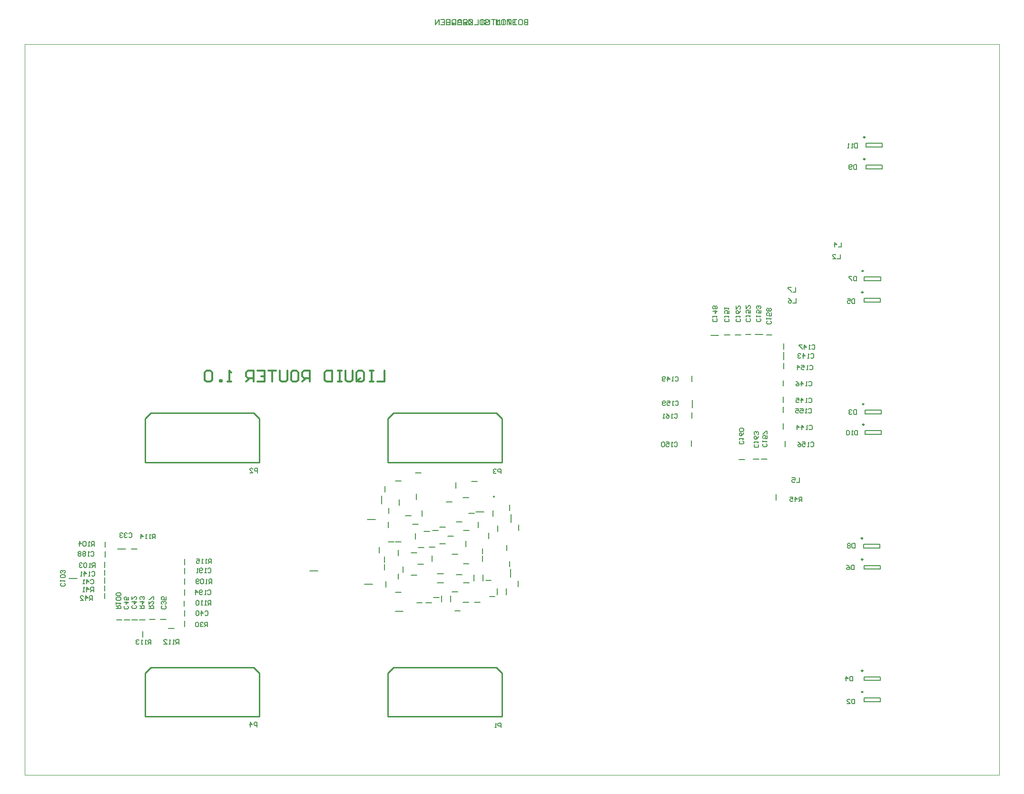
<source format=gbo>
G04 Layer_Color=32896*
%FSLAX43Y43*%
%MOMM*%
G71*
G01*
G75*
%ADD10C,0.100*%
%ADD49C,0.200*%
%ADD51C,0.250*%
%ADD54C,0.300*%
%ADD77C,0.254*%
%ADD89C,0.150*%
D10*
X163425Y-10000D02*
Y120000D01*
X-10000Y-10000D02*
X163425D01*
X-10000D02*
Y120000D01*
X163425D01*
D49*
X112100Y68200D02*
X113500D01*
X114500Y68250D02*
X115500D01*
X116400Y68325D02*
X117400D01*
X118250Y68350D02*
X119250D01*
X119950D02*
X121350D01*
X121975Y68275D02*
X122975D01*
X121075Y46175D02*
X122075D01*
X119625Y46150D02*
X120625D01*
X117125Y46075D02*
X118125D01*
X108600Y48450D02*
Y49450D01*
X108700Y59975D02*
Y60975D01*
X108775Y55325D02*
Y56725D01*
X108675Y53500D02*
Y54500D01*
X125050Y65725D02*
Y66725D01*
X125025Y63850D02*
Y65250D01*
Y62275D02*
Y63275D01*
X124975Y59200D02*
Y60200D01*
Y56250D02*
Y57250D01*
Y54500D02*
Y55500D01*
Y51525D02*
Y52525D01*
X125300Y48425D02*
Y49425D01*
X123675Y38925D02*
Y39925D01*
X142600Y97850D02*
Y98500D01*
X139700Y97850D02*
X142600D01*
X139700D02*
Y98500D01*
X142600D01*
Y101750D02*
Y102400D01*
X139700Y101750D02*
X142600D01*
X139700D02*
Y102400D01*
X142600D01*
X142300Y77950D02*
Y78600D01*
X139400Y77950D02*
X142300D01*
X139400D02*
Y78600D01*
X142300D01*
X142250Y74150D02*
Y74800D01*
X139350Y74150D02*
X142250D01*
X139350D02*
Y74800D01*
X142250D01*
X142400Y54250D02*
Y54900D01*
X139500Y54250D02*
X142400D01*
X139500D02*
Y54900D01*
X142400D01*
X142425Y50600D02*
Y51250D01*
X139525Y50600D02*
X142425D01*
X139525D02*
Y51250D01*
X142425D01*
X142175Y30375D02*
Y31025D01*
X139275Y30375D02*
X142175D01*
X139275D02*
Y31025D01*
X142175D01*
X142225Y26600D02*
Y27250D01*
X139325Y26600D02*
X142225D01*
X139325D02*
Y27250D01*
X142225D01*
Y6800D02*
Y7450D01*
X139325Y6800D02*
X142225D01*
X139325D02*
Y7450D01*
X142225D01*
Y3025D02*
Y3675D01*
X139325Y3025D02*
X142225D01*
X139325D02*
Y3675D01*
X142225D01*
X6325Y17575D02*
X7325D01*
X7700D02*
X8700D01*
X9075D02*
X10075D01*
X10450D02*
X11450D01*
X12175Y17675D02*
X13175D01*
X14125Y17650D02*
X15125D01*
X4250Y21350D02*
Y22350D01*
X4200Y22700D02*
Y23700D01*
X4275Y24100D02*
Y25100D01*
X4250Y25500D02*
Y26500D01*
Y26875D02*
Y27875D01*
X4300Y28775D02*
Y29775D01*
Y30500D02*
Y31500D01*
X6550Y30150D02*
X7950D01*
X18475Y25800D02*
Y26800D01*
X18450Y23925D02*
Y24925D01*
X18425Y21975D02*
Y22975D01*
X18400Y20000D02*
Y21000D01*
X18475Y18251D02*
Y19251D01*
X18475Y16375D02*
Y17375D01*
X62600Y33500D02*
X63600D01*
X61075Y33300D02*
X62075D01*
X68075Y33475D02*
X69075D01*
X70300Y36775D02*
X71700D01*
X63850Y34050D02*
X64850D01*
X59975Y27500D02*
X60975D01*
X68050Y27575D02*
X69050D01*
X62000Y30500D02*
X63000D01*
X66050Y29250D02*
X67050D01*
X60025Y30400D02*
X61025D01*
X65300Y32500D02*
X66300D01*
X54675Y31500D02*
X55675D01*
X56000Y31500D02*
X57000D01*
X58775Y29475D02*
X59775D01*
X65025Y38550D02*
X66025D01*
X55975Y42300D02*
X56975D01*
X57775Y36125D02*
X58775D01*
X59050Y34550D02*
X60050D01*
X68000Y39325D02*
X69000D01*
X59500Y43750D02*
X60500D01*
X69000Y36575D02*
X70000D01*
X15625Y16025D02*
X16625D01*
X66825Y35050D02*
X67825D01*
X18475Y27375D02*
Y28375D01*
X9000Y30225D02*
X10000D01*
X11000Y14550D02*
Y15550D01*
X-2100Y24925D02*
X-700D01*
X72700Y21700D02*
X73700D01*
X77825Y23500D02*
Y24500D01*
X76475Y25200D02*
Y26600D01*
X74150Y33325D02*
Y34325D01*
X72025Y24625D02*
X73025D01*
X76275Y27025D02*
Y28025D01*
X73300Y36025D02*
Y37025D01*
X75800Y29900D02*
Y30900D01*
X51000Y35450D02*
X52400D01*
X59700Y39000D02*
Y40000D01*
X56675Y38000D02*
Y39000D01*
X66700Y41000D02*
Y42000D01*
X69500Y42225D02*
X70500D01*
X72550Y32050D02*
Y33050D01*
X55950Y19100D02*
X57350D01*
X61400Y20650D02*
X62400D01*
X62750Y21550D02*
X63750D01*
X68000Y20675D02*
X69000D01*
X66525Y19175D02*
X67525D01*
X66075Y22550D02*
X67075D01*
X59750Y20650D02*
X60750D01*
X53475Y38250D02*
Y39650D01*
X54800Y36500D02*
Y37500D01*
X54075Y40350D02*
Y41350D01*
X54700Y34000D02*
Y35000D01*
X70025Y20700D02*
X71025D01*
X76300Y37025D02*
Y38025D01*
X76525Y34950D02*
Y36350D01*
X77900Y33500D02*
Y34500D01*
X60700Y36025D02*
Y37025D01*
X40750Y26275D02*
X42150D01*
X56500Y29000D02*
Y30000D01*
X58800Y25500D02*
X59800D01*
X57325Y26075D02*
Y27075D01*
X56500Y24825D02*
Y25825D01*
X50500Y23900D02*
X51900D01*
X56000Y22500D02*
X57000D01*
X54300Y23450D02*
Y24450D01*
X54000Y26500D02*
Y27500D01*
X54025Y27800D02*
Y28800D01*
X53100Y29525D02*
Y30525D01*
X68500Y30625D02*
Y31625D01*
X71425Y29300D02*
Y30300D01*
X63875Y31150D02*
X64875D01*
X62500Y28000D02*
Y29000D01*
X71550Y24500D02*
Y25600D01*
X69950Y24500D02*
Y25600D01*
X68100Y24200D02*
X69100D01*
X71425Y27975D02*
Y28975D01*
X66800Y25575D02*
X67800D01*
X59500Y32000D02*
Y33000D01*
X70700Y34025D02*
Y35025D01*
X63425Y24150D02*
X64525D01*
X63425Y25750D02*
X64525D01*
X65750Y20825D02*
Y21925D01*
X64150Y20825D02*
Y21925D01*
X75700Y22100D02*
Y23200D01*
X74100Y22100D02*
Y23200D01*
X79545Y124450D02*
Y123450D01*
X79045D01*
X78879Y123617D01*
Y123783D01*
X79045Y123950D01*
X79545D01*
X79045D01*
X78879Y124116D01*
Y124283D01*
X79045Y124450D01*
X79545D01*
X78046D02*
X78379D01*
X78545Y124283D01*
Y123617D01*
X78379Y123450D01*
X78046D01*
X77879Y123617D01*
Y124283D01*
X78046Y124450D01*
X77546D02*
X76879D01*
X77213D01*
Y123450D01*
X76546Y124450D02*
X75880D01*
X76213D01*
Y123450D01*
X75047Y124450D02*
X75380D01*
X75546Y124283D01*
Y123617D01*
X75380Y123450D01*
X75047D01*
X74880Y123617D01*
Y124283D01*
X75047Y124450D01*
X74547Y123450D02*
Y124450D01*
X74214Y124116D01*
X73880Y124450D01*
Y123450D01*
X71881Y124283D02*
X72048Y124450D01*
X72381D01*
X72547Y124283D01*
Y124116D01*
X72381Y123950D01*
X72048D01*
X71881Y123783D01*
Y123617D01*
X72048Y123450D01*
X72381D01*
X72547Y123617D01*
X71548Y124450D02*
X71215D01*
X71381D01*
Y123450D01*
X71548D01*
X71215D01*
X70715Y124450D02*
Y123450D01*
X70048D01*
X69715Y124450D02*
Y123450D01*
Y123783D01*
X69049Y124450D01*
X69548Y123950D01*
X69049Y123450D01*
X68049Y124283D02*
X68215Y124450D01*
X68549D01*
X68715Y124283D01*
Y124116D01*
X68549Y123950D01*
X68215D01*
X68049Y123783D01*
Y123617D01*
X68215Y123450D01*
X68549D01*
X68715Y123617D01*
X67049Y124283D02*
X67216Y124450D01*
X67549D01*
X67716Y124283D01*
Y123617D01*
X67549Y123450D01*
X67216D01*
X67049Y123617D01*
X66716Y123450D02*
Y124450D01*
X66216D01*
X66050Y124283D01*
Y123950D01*
X66216Y123783D01*
X66716D01*
X66383D02*
X66050Y123450D01*
X65050Y124450D02*
X65716D01*
Y123450D01*
X65050D01*
X65716Y123950D02*
X65383D01*
X64050Y124450D02*
X64717D01*
Y123450D01*
X64050D01*
X64717Y123950D02*
X64383D01*
X63717Y123450D02*
Y124450D01*
X63050Y123450D01*
Y124450D01*
X65050D02*
Y123450D01*
X65550D01*
X65716Y123617D01*
Y123783D01*
X65550Y123950D01*
X65050D01*
X65550D01*
X65716Y124116D01*
Y124283D01*
X65550Y124450D01*
X65050D01*
X66549D02*
X66216D01*
X66050Y124283D01*
Y123617D01*
X66216Y123450D01*
X66549D01*
X66716Y123617D01*
Y124283D01*
X66549Y124450D01*
X67049Y123450D02*
Y124116D01*
X67382Y124450D01*
X67716Y124116D01*
Y123450D01*
Y123950D01*
X67049D01*
X68049Y123450D02*
Y124450D01*
X68549D01*
X68715Y124283D01*
Y123950D01*
X68549Y123783D01*
X68049D01*
X68382D02*
X68715Y123450D01*
X69049Y124450D02*
Y123450D01*
X69548D01*
X69715Y123617D01*
Y124283D01*
X69548Y124450D01*
X69049D01*
X71548D02*
X71215D01*
X71048Y124283D01*
Y123617D01*
X71215Y123450D01*
X71548D01*
X71714Y123617D01*
Y124283D01*
X71548Y124450D01*
X72048D02*
Y123617D01*
X72214Y123450D01*
X72547D01*
X72714Y123617D01*
Y124450D01*
X73047D02*
X73714D01*
X73380D01*
Y123450D01*
X74047Y124450D02*
Y123450D01*
X74713D01*
X75047Y124450D02*
X75380D01*
X75213D01*
Y123450D01*
X75047D01*
X75380D01*
X75880D02*
Y124450D01*
X76546Y123450D01*
Y124450D01*
X77546D02*
X76879D01*
Y123450D01*
X77546D01*
X76879Y123950D02*
X77213D01*
D51*
X139525Y99575D02*
G03*
X139525Y99575I-125J0D01*
G01*
Y103475D02*
G03*
X139525Y103475I-125J0D01*
G01*
X139225Y79675D02*
G03*
X139225Y79675I-125J0D01*
G01*
X139175Y75875D02*
G03*
X139175Y75875I-125J0D01*
G01*
X139325Y55975D02*
G03*
X139325Y55975I-125J0D01*
G01*
X139350Y52325D02*
G03*
X139350Y52325I-125J0D01*
G01*
X139100Y32100D02*
G03*
X139100Y32100I-125J0D01*
G01*
X139150Y28325D02*
G03*
X139150Y28325I-125J0D01*
G01*
Y8525D02*
G03*
X139150Y8525I-125J0D01*
G01*
Y4750D02*
G03*
X139150Y4750I-125J0D01*
G01*
D54*
X54050Y61949D02*
Y59950D01*
X52717D01*
X52051Y61949D02*
X51384D01*
X51717D01*
Y59950D01*
X52051D01*
X51384D01*
X49052Y60283D02*
Y61616D01*
X49385Y61949D01*
X50051D01*
X50385Y61616D01*
Y60283D01*
X50051Y59950D01*
X49385D01*
X49718Y60616D02*
X49052Y59950D01*
X49385D02*
X49052Y60283D01*
X48385Y61949D02*
Y60283D01*
X48052Y59950D01*
X47385D01*
X47052Y60283D01*
Y61949D01*
X46386D02*
X45719D01*
X46053D01*
Y59950D01*
X46386D01*
X45719D01*
X44720Y61949D02*
Y59950D01*
X43720D01*
X43387Y60283D01*
Y61616D01*
X43720Y61949D01*
X44720D01*
X40721Y59950D02*
Y61949D01*
X39721D01*
X39388Y61616D01*
Y60950D01*
X39721Y60616D01*
X40721D01*
X40055D02*
X39388Y59950D01*
X37722Y61949D02*
X38388D01*
X38722Y61616D01*
Y60283D01*
X38388Y59950D01*
X37722D01*
X37389Y60283D01*
Y61616D01*
X37722Y61949D01*
X36722D02*
Y60283D01*
X36389Y59950D01*
X35723D01*
X35389Y60283D01*
Y61949D01*
X34723D02*
X33390D01*
X34056D01*
Y59950D01*
X31391Y61949D02*
X32724D01*
Y59950D01*
X31391D01*
X32724Y60950D02*
X32057D01*
X30724Y59950D02*
Y61949D01*
X29725D01*
X29391Y61616D01*
Y60950D01*
X29725Y60616D01*
X30724D01*
X30058D02*
X29391Y59950D01*
X26725D02*
X26059D01*
X26392D01*
Y61949D01*
X26725Y61616D01*
X25059Y59950D02*
Y60283D01*
X24726D01*
Y59950D01*
X25059D01*
X23393Y61616D02*
X23060Y61949D01*
X22394D01*
X22060Y61616D01*
Y60283D01*
X22394Y59950D01*
X23060D01*
X23393Y60283D01*
Y61616D01*
X73500Y39500D02*
X73500Y39500D01*
D77*
X30722Y9143D02*
X31738Y8127D01*
X12434Y9143D02*
X30722D01*
X11418Y380D02*
Y8127D01*
X12434Y9143D01*
X31738Y380D02*
Y8127D01*
X11418Y380D02*
X31738D01*
X54622Y45600D02*
X74942D01*
Y53347D01*
X54622D02*
X55638Y54363D01*
X54622Y45600D02*
Y53347D01*
X55638Y54363D02*
X73926D01*
X74942Y53347D01*
X30722Y54363D02*
X31738Y53347D01*
X12434Y54363D02*
X30722D01*
X11418Y45600D02*
Y53347D01*
X12434Y54363D01*
X31738Y45600D02*
Y53347D01*
X11418Y45600D02*
X31738D01*
X54622Y380D02*
X74942D01*
Y8127D01*
X54622D02*
X55638Y9143D01*
X54622Y380D02*
Y8127D01*
X55638Y9143D02*
X73926D01*
X74942Y8127D01*
D89*
X23225Y27625D02*
Y28425D01*
X22825D01*
X22692Y28291D01*
Y28025D01*
X22825Y27892D01*
X23225D01*
X22958D02*
X22692Y27625D01*
X22425D02*
X22159D01*
X22292D01*
Y28425D01*
X22425Y28291D01*
X21759Y27625D02*
X21492D01*
X21626D01*
Y28425D01*
X21759Y28291D01*
X20559Y28425D02*
X21092D01*
Y28025D01*
X20826Y28158D01*
X20692D01*
X20559Y28025D01*
Y27758D01*
X20692Y27625D01*
X20959D01*
X21092Y27758D01*
X13225Y32025D02*
Y32825D01*
X12825D01*
X12692Y32691D01*
Y32425D01*
X12825Y32292D01*
X13225D01*
X12958D02*
X12692Y32025D01*
X12425D02*
X12159D01*
X12292D01*
Y32825D01*
X12425Y32691D01*
X11759Y32025D02*
X11492D01*
X11626D01*
Y32825D01*
X11759Y32691D01*
X10692Y32025D02*
Y32825D01*
X11092Y32425D01*
X10559D01*
X12475Y13250D02*
Y14050D01*
X12075D01*
X11942Y13916D01*
Y13650D01*
X12075Y13517D01*
X12475D01*
X12208D02*
X11942Y13250D01*
X11675D02*
X11409D01*
X11542D01*
Y14050D01*
X11675Y13916D01*
X11009Y13250D02*
X10742D01*
X10876D01*
Y14050D01*
X11009Y13916D01*
X10342D02*
X10209Y14050D01*
X9942D01*
X9809Y13916D01*
Y13783D01*
X9942Y13650D01*
X10076D01*
X9942D01*
X9809Y13517D01*
Y13383D01*
X9942Y13250D01*
X10209D01*
X10342Y13383D01*
X17425Y13275D02*
Y14075D01*
X17025D01*
X16892Y13941D01*
Y13675D01*
X17025Y13542D01*
X17425D01*
X17158D02*
X16892Y13275D01*
X16625D02*
X16359D01*
X16492D01*
Y14075D01*
X16625Y13941D01*
X15959Y13275D02*
X15692D01*
X15826D01*
Y14075D01*
X15959Y13941D01*
X14759Y13275D02*
X15292D01*
X14759Y13808D01*
Y13941D01*
X14892Y14075D01*
X15159D01*
X15292Y13941D01*
X-2959Y24133D02*
X-2825Y24000D01*
Y23733D01*
X-2959Y23600D01*
X-3492D01*
X-3625Y23733D01*
Y24000D01*
X-3492Y24133D01*
X-3625Y24400D02*
Y24666D01*
Y24533D01*
X-2825D01*
X-2959Y24400D01*
Y25066D02*
X-2825Y25199D01*
Y25466D01*
X-2959Y25599D01*
X-3492D01*
X-3625Y25466D01*
Y25199D01*
X-3492Y25066D01*
X-2959D01*
Y25866D02*
X-2825Y25999D01*
Y26266D01*
X-2959Y26399D01*
X-3092D01*
X-3225Y26266D01*
Y26133D01*
Y26266D01*
X-3358Y26399D01*
X-3492D01*
X-3625Y26266D01*
Y25999D01*
X-3492Y25866D01*
X31325Y-1450D02*
Y-650D01*
X30925D01*
X30792Y-784D01*
Y-1050D01*
X30925Y-1183D01*
X31325D01*
X30125Y-1450D02*
Y-650D01*
X30525Y-1050D01*
X29992D01*
X74725Y43625D02*
Y44425D01*
X74325D01*
X74192Y44291D01*
Y44025D01*
X74325Y43892D01*
X74725D01*
X73925Y44291D02*
X73792Y44425D01*
X73525D01*
X73392Y44291D01*
Y44158D01*
X73525Y44025D01*
X73659D01*
X73525D01*
X73392Y43892D01*
Y43758D01*
X73525Y43625D01*
X73792D01*
X73925Y43758D01*
X31400Y43775D02*
Y44575D01*
X31000D01*
X30867Y44441D01*
Y44175D01*
X31000Y44042D01*
X31400D01*
X30067Y43775D02*
X30600D01*
X30067Y44308D01*
Y44441D01*
X30200Y44575D01*
X30467D01*
X30600Y44441D01*
X74725Y-1600D02*
Y-800D01*
X74325D01*
X74192Y-934D01*
Y-1200D01*
X74325Y-1333D01*
X74725D01*
X73925Y-1600D02*
X73659D01*
X73792D01*
Y-800D01*
X73925Y-934D01*
X22067Y19041D02*
X22200Y19175D01*
X22467D01*
X22600Y19041D01*
Y18508D01*
X22467Y18375D01*
X22200D01*
X22067Y18508D01*
X21400Y18375D02*
Y19175D01*
X21800Y18775D01*
X21267D01*
X21001Y19041D02*
X20867Y19175D01*
X20601D01*
X20467Y19041D01*
Y18508D01*
X20601Y18375D01*
X20867D01*
X21001Y18508D01*
Y19041D01*
X9766Y20133D02*
X9900Y20000D01*
Y19733D01*
X9766Y19600D01*
X9233D01*
X9100Y19733D01*
Y20000D01*
X9233Y20133D01*
X9100Y20800D02*
X9900D01*
X9500Y20400D01*
Y20933D01*
X9100Y21733D02*
Y21199D01*
X9633Y21733D01*
X9766D01*
X9900Y21599D01*
Y21333D01*
X9766Y21199D01*
X8341Y20058D02*
X8475Y19925D01*
Y19658D01*
X8341Y19525D01*
X7808D01*
X7675Y19658D01*
Y19925D01*
X7808Y20058D01*
X7675Y20725D02*
X8475D01*
X8075Y20325D01*
Y20858D01*
X8475Y21658D02*
Y21124D01*
X8075D01*
X8208Y21391D01*
Y21524D01*
X8075Y21658D01*
X7808D01*
X7675Y21524D01*
Y21258D01*
X7808Y21124D01*
X129842Y64816D02*
X129975Y64950D01*
X130242D01*
X130375Y64816D01*
Y64283D01*
X130242Y64150D01*
X129975D01*
X129842Y64283D01*
X129575Y64150D02*
X129309D01*
X129442D01*
Y64950D01*
X129575Y64816D01*
X128509Y64150D02*
Y64950D01*
X128909Y64550D01*
X128376D01*
X128109Y64816D02*
X127976Y64950D01*
X127709D01*
X127576Y64816D01*
Y64683D01*
X127709Y64550D01*
X127842D01*
X127709D01*
X127576Y64417D01*
Y64283D01*
X127709Y64150D01*
X127976D01*
X128109Y64283D01*
X129567Y52091D02*
X129700Y52225D01*
X129967D01*
X130100Y52091D01*
Y51558D01*
X129967Y51425D01*
X129700D01*
X129567Y51558D01*
X129300Y51425D02*
X129034D01*
X129167D01*
Y52225D01*
X129300Y52091D01*
X128234Y51425D02*
Y52225D01*
X128634Y51825D01*
X128101D01*
X127434Y51425D02*
Y52225D01*
X127834Y51825D01*
X127301D01*
X129492Y56916D02*
X129625Y57050D01*
X129892D01*
X130025Y56916D01*
Y56383D01*
X129892Y56250D01*
X129625D01*
X129492Y56383D01*
X129225Y56250D02*
X128959D01*
X129092D01*
Y57050D01*
X129225Y56916D01*
X128159Y56250D02*
Y57050D01*
X128559Y56650D01*
X128026D01*
X127226Y57050D02*
X127759D01*
Y56650D01*
X127492Y56783D01*
X127359D01*
X127226Y56650D01*
Y56383D01*
X127359Y56250D01*
X127626D01*
X127759Y56383D01*
X129492Y59866D02*
X129625Y60000D01*
X129892D01*
X130025Y59866D01*
Y59333D01*
X129892Y59200D01*
X129625D01*
X129492Y59333D01*
X129225Y59200D02*
X128959D01*
X129092D01*
Y60000D01*
X129225Y59866D01*
X128159Y59200D02*
Y60000D01*
X128559Y59600D01*
X128026D01*
X127226Y60000D02*
X127492Y59866D01*
X127759Y59600D01*
Y59333D01*
X127626Y59200D01*
X127359D01*
X127226Y59333D01*
Y59467D01*
X127359Y59600D01*
X127759D01*
X130067Y66391D02*
X130200Y66525D01*
X130467D01*
X130600Y66391D01*
Y65858D01*
X130467Y65725D01*
X130200D01*
X130067Y65858D01*
X129800Y65725D02*
X129534D01*
X129667D01*
Y66525D01*
X129800Y66391D01*
X128734Y65725D02*
Y66525D01*
X129134Y66125D01*
X128601D01*
X128334Y66525D02*
X127801D01*
Y66391D01*
X128334Y65858D01*
Y65725D01*
X113091Y71183D02*
X113225Y71050D01*
Y70783D01*
X113091Y70650D01*
X112558D01*
X112425Y70783D01*
Y71050D01*
X112558Y71183D01*
X112425Y71450D02*
Y71716D01*
Y71583D01*
X113225D01*
X113091Y71450D01*
X112425Y72516D02*
X113225D01*
X112825Y72116D01*
Y72649D01*
X113091Y72916D02*
X113225Y73049D01*
Y73316D01*
X113091Y73449D01*
X112958D01*
X112825Y73316D01*
X112692Y73449D01*
X112558D01*
X112425Y73316D01*
Y73049D01*
X112558Y72916D01*
X112692D01*
X112825Y73049D01*
X112958Y72916D01*
X113091D01*
X112825Y73049D02*
Y73316D01*
X105717Y60716D02*
X105850Y60850D01*
X106117D01*
X106250Y60716D01*
Y60183D01*
X106117Y60050D01*
X105850D01*
X105717Y60183D01*
X105450Y60050D02*
X105184D01*
X105317D01*
Y60850D01*
X105450Y60716D01*
X104384Y60050D02*
Y60850D01*
X104784Y60450D01*
X104251D01*
X103984Y60183D02*
X103851Y60050D01*
X103584D01*
X103451Y60183D01*
Y60716D01*
X103584Y60850D01*
X103851D01*
X103984Y60716D01*
Y60583D01*
X103851Y60450D01*
X103451D01*
X105592Y49091D02*
X105725Y49225D01*
X105992D01*
X106125Y49091D01*
Y48558D01*
X105992Y48425D01*
X105725D01*
X105592Y48558D01*
X105325Y48425D02*
X105059D01*
X105192D01*
Y49225D01*
X105325Y49091D01*
X104126Y49225D02*
X104659D01*
Y48825D01*
X104392Y48958D01*
X104259D01*
X104126Y48825D01*
Y48558D01*
X104259Y48425D01*
X104526D01*
X104659Y48558D01*
X103859Y49091D02*
X103726Y49225D01*
X103459D01*
X103326Y49091D01*
Y48558D01*
X103459Y48425D01*
X103726D01*
X103859Y48558D01*
Y49091D01*
X115216Y71158D02*
X115350Y71025D01*
Y70758D01*
X115216Y70625D01*
X114683D01*
X114550Y70758D01*
Y71025D01*
X114683Y71158D01*
X114550Y71425D02*
Y71691D01*
Y71558D01*
X115350D01*
X115216Y71425D01*
X115350Y72624D02*
Y72091D01*
X114950D01*
X115083Y72358D01*
Y72491D01*
X114950Y72624D01*
X114683D01*
X114550Y72491D01*
Y72224D01*
X114683Y72091D01*
X114550Y72891D02*
Y73158D01*
Y73024D01*
X115350D01*
X115216Y72891D01*
X119016Y71233D02*
X119150Y71100D01*
Y70833D01*
X119016Y70700D01*
X118483D01*
X118350Y70833D01*
Y71100D01*
X118483Y71233D01*
X118350Y71500D02*
Y71766D01*
Y71633D01*
X119150D01*
X119016Y71500D01*
X119150Y72699D02*
Y72166D01*
X118750D01*
X118883Y72433D01*
Y72566D01*
X118750Y72699D01*
X118483D01*
X118350Y72566D01*
Y72299D01*
X118483Y72166D01*
X118350Y73499D02*
Y72966D01*
X118883Y73499D01*
X119016D01*
X119150Y73366D01*
Y73099D01*
X119016Y72966D01*
X120866Y71208D02*
X121000Y71075D01*
Y70808D01*
X120866Y70675D01*
X120333D01*
X120200Y70808D01*
Y71075D01*
X120333Y71208D01*
X120200Y71475D02*
Y71741D01*
Y71608D01*
X121000D01*
X120866Y71475D01*
X121000Y72674D02*
Y72141D01*
X120600D01*
X120733Y72408D01*
Y72541D01*
X120600Y72674D01*
X120333D01*
X120200Y72541D01*
Y72274D01*
X120333Y72141D01*
X120866Y72941D02*
X121000Y73074D01*
Y73341D01*
X120866Y73474D01*
X120733D01*
X120600Y73341D01*
Y73208D01*
Y73341D01*
X120467Y73474D01*
X120333D01*
X120200Y73341D01*
Y73074D01*
X120333Y72941D01*
X129667Y62766D02*
X129800Y62900D01*
X130067D01*
X130200Y62766D01*
Y62233D01*
X130067Y62100D01*
X129800D01*
X129667Y62233D01*
X129400Y62100D02*
X129134D01*
X129267D01*
Y62900D01*
X129400Y62766D01*
X128201Y62900D02*
X128734D01*
Y62500D01*
X128467Y62633D01*
X128334D01*
X128201Y62500D01*
Y62233D01*
X128334Y62100D01*
X128601D01*
X128734Y62233D01*
X127534Y62100D02*
Y62900D01*
X127934Y62500D01*
X127401D01*
X129442Y55041D02*
X129575Y55175D01*
X129842D01*
X129975Y55041D01*
Y54508D01*
X129842Y54375D01*
X129575D01*
X129442Y54508D01*
X129175Y54375D02*
X128909D01*
X129042D01*
Y55175D01*
X129175Y55041D01*
X127976Y55175D02*
X128509D01*
Y54775D01*
X128242Y54908D01*
X128109D01*
X127976Y54775D01*
Y54508D01*
X128109Y54375D01*
X128376D01*
X128509Y54508D01*
X127176Y55175D02*
X127709D01*
Y54775D01*
X127442Y54908D01*
X127309D01*
X127176Y54775D01*
Y54508D01*
X127309Y54375D01*
X127576D01*
X127709Y54508D01*
X129842Y49091D02*
X129975Y49225D01*
X130242D01*
X130375Y49091D01*
Y48558D01*
X130242Y48425D01*
X129975D01*
X129842Y48558D01*
X129575Y48425D02*
X129309D01*
X129442D01*
Y49225D01*
X129575Y49091D01*
X128376Y49225D02*
X128909D01*
Y48825D01*
X128642Y48958D01*
X128509D01*
X128376Y48825D01*
Y48558D01*
X128509Y48425D01*
X128776D01*
X128909Y48558D01*
X127576Y49225D02*
X127842Y49091D01*
X128109Y48825D01*
Y48558D01*
X127976Y48425D01*
X127709D01*
X127576Y48558D01*
Y48692D01*
X127709Y48825D01*
X128109D01*
X121966Y48933D02*
X122100Y48800D01*
Y48533D01*
X121966Y48400D01*
X121433D01*
X121300Y48533D01*
Y48800D01*
X121433Y48933D01*
X121300Y49200D02*
Y49466D01*
Y49333D01*
X122100D01*
X121966Y49200D01*
X122100Y50399D02*
Y49866D01*
X121700D01*
X121833Y50133D01*
Y50266D01*
X121700Y50399D01*
X121433D01*
X121300Y50266D01*
Y49999D01*
X121433Y49866D01*
X122100Y50666D02*
Y51199D01*
X121966D01*
X121433Y50666D01*
X121300D01*
X122691Y70783D02*
X122825Y70650D01*
Y70383D01*
X122691Y70250D01*
X122158D01*
X122025Y70383D01*
Y70650D01*
X122158Y70783D01*
X122025Y71050D02*
Y71316D01*
Y71183D01*
X122825D01*
X122691Y71050D01*
X122825Y72249D02*
Y71716D01*
X122425D01*
X122558Y71983D01*
Y72116D01*
X122425Y72249D01*
X122158D01*
X122025Y72116D01*
Y71849D01*
X122158Y71716D01*
X122691Y72516D02*
X122825Y72649D01*
Y72916D01*
X122691Y73049D01*
X122558D01*
X122425Y72916D01*
X122292Y73049D01*
X122158D01*
X122025Y72916D01*
Y72649D01*
X122158Y72516D01*
X122292D01*
X122425Y72649D01*
X122558Y72516D01*
X122691D01*
X122425Y72649D02*
Y72916D01*
X105767Y56416D02*
X105900Y56550D01*
X106167D01*
X106300Y56416D01*
Y55883D01*
X106167Y55750D01*
X105900D01*
X105767Y55883D01*
X105500Y55750D02*
X105234D01*
X105367D01*
Y56550D01*
X105500Y56416D01*
X104301Y56550D02*
X104834D01*
Y56150D01*
X104567Y56283D01*
X104434D01*
X104301Y56150D01*
Y55883D01*
X104434Y55750D01*
X104701D01*
X104834Y55883D01*
X104034D02*
X103901Y55750D01*
X103634D01*
X103501Y55883D01*
Y56416D01*
X103634Y56550D01*
X103901D01*
X104034Y56416D01*
Y56283D01*
X103901Y56150D01*
X103501D01*
X117816Y49408D02*
X117950Y49275D01*
Y49008D01*
X117816Y48875D01*
X117283D01*
X117150Y49008D01*
Y49275D01*
X117283Y49408D01*
X117150Y49675D02*
Y49941D01*
Y49808D01*
X117950D01*
X117816Y49675D01*
X117950Y50874D02*
X117816Y50608D01*
X117550Y50341D01*
X117283D01*
X117150Y50474D01*
Y50741D01*
X117283Y50874D01*
X117417D01*
X117550Y50741D01*
Y50341D01*
X117816Y51141D02*
X117950Y51274D01*
Y51541D01*
X117816Y51674D01*
X117283D01*
X117150Y51541D01*
Y51274D01*
X117283Y51141D01*
X117816D01*
X105592Y54141D02*
X105725Y54275D01*
X105992D01*
X106125Y54141D01*
Y53608D01*
X105992Y53475D01*
X105725D01*
X105592Y53608D01*
X105325Y53475D02*
X105059D01*
X105192D01*
Y54275D01*
X105325Y54141D01*
X104126Y54275D02*
X104392Y54141D01*
X104659Y53875D01*
Y53608D01*
X104526Y53475D01*
X104259D01*
X104126Y53608D01*
Y53742D01*
X104259Y53875D01*
X104659D01*
X103859Y53475D02*
X103592D01*
X103726D01*
Y54275D01*
X103859Y54141D01*
X117241Y71158D02*
X117375Y71025D01*
Y70758D01*
X117241Y70625D01*
X116708D01*
X116575Y70758D01*
Y71025D01*
X116708Y71158D01*
X116575Y71425D02*
Y71691D01*
Y71558D01*
X117375D01*
X117241Y71425D01*
X117375Y72624D02*
X117241Y72358D01*
X116975Y72091D01*
X116708D01*
X116575Y72224D01*
Y72491D01*
X116708Y72624D01*
X116842D01*
X116975Y72491D01*
Y72091D01*
X116575Y73424D02*
Y72891D01*
X117108Y73424D01*
X117241D01*
X117375Y73291D01*
Y73024D01*
X117241Y72891D01*
X120466Y48808D02*
X120600Y48675D01*
Y48408D01*
X120466Y48275D01*
X119933D01*
X119800Y48408D01*
Y48675D01*
X119933Y48808D01*
X119800Y49075D02*
Y49341D01*
Y49208D01*
X120600D01*
X120466Y49075D01*
X120600Y50274D02*
X120466Y50008D01*
X120200Y49741D01*
X119933D01*
X119800Y49874D01*
Y50141D01*
X119933Y50274D01*
X120067D01*
X120200Y50141D01*
Y49741D01*
X120466Y50541D02*
X120600Y50674D01*
Y50941D01*
X120466Y51074D01*
X120333D01*
X120200Y50941D01*
Y50808D01*
Y50941D01*
X120067Y51074D01*
X119933D01*
X119800Y50941D01*
Y50674D01*
X119933Y50541D01*
X1767Y29616D02*
X1900Y29750D01*
X2167D01*
X2300Y29616D01*
Y29083D01*
X2167Y28950D01*
X1900D01*
X1767Y29083D01*
X1500Y28950D02*
X1234D01*
X1367D01*
Y29750D01*
X1500Y29616D01*
X834D02*
X701Y29750D01*
X434D01*
X301Y29616D01*
Y29483D01*
X434Y29350D01*
X301Y29217D01*
Y29083D01*
X434Y28950D01*
X701D01*
X834Y29083D01*
Y29217D01*
X701Y29350D01*
X834Y29483D01*
Y29616D01*
X701Y29350D02*
X434D01*
X34Y29616D02*
X-99Y29750D01*
X-366D01*
X-499Y29616D01*
Y29483D01*
X-366Y29350D01*
X-499Y29217D01*
Y29083D01*
X-366Y28950D01*
X-99D01*
X34Y29083D01*
Y29217D01*
X-99Y29350D01*
X34Y29483D01*
Y29616D01*
X-99Y29350D02*
X-366D01*
X22592Y26641D02*
X22725Y26775D01*
X22992D01*
X23125Y26641D01*
Y26108D01*
X22992Y25975D01*
X22725D01*
X22592Y26108D01*
X22325Y25975D02*
X22059D01*
X22192D01*
Y26775D01*
X22325Y26641D01*
X21659Y26108D02*
X21526Y25975D01*
X21259D01*
X21126Y26108D01*
Y26641D01*
X21259Y26775D01*
X21526D01*
X21659Y26641D01*
Y26508D01*
X21526Y26375D01*
X21126D01*
X20859Y25975D02*
X20592D01*
X20726D01*
Y26775D01*
X20859Y26641D01*
X22567Y22741D02*
X22700Y22875D01*
X22967D01*
X23100Y22741D01*
Y22208D01*
X22967Y22075D01*
X22700D01*
X22567Y22208D01*
X22300Y22075D02*
X22034D01*
X22167D01*
Y22875D01*
X22300Y22741D01*
X21634Y22208D02*
X21501Y22075D01*
X21234D01*
X21101Y22208D01*
Y22741D01*
X21234Y22875D01*
X21501D01*
X21634Y22741D01*
Y22608D01*
X21501Y22475D01*
X21101D01*
X20434Y22075D02*
Y22875D01*
X20834Y22475D01*
X20301D01*
X137675Y3475D02*
Y2675D01*
X137275D01*
X137142Y2808D01*
Y3341D01*
X137275Y3475D01*
X137675D01*
X136342Y2675D02*
X136875D01*
X136342Y3208D01*
Y3341D01*
X136475Y3475D01*
X136742D01*
X136875Y3341D01*
X138000Y54975D02*
Y54175D01*
X137600D01*
X137467Y54308D01*
Y54841D01*
X137600Y54975D01*
X138000D01*
X137200Y54841D02*
X137067Y54975D01*
X136800D01*
X136667Y54841D01*
Y54708D01*
X136800Y54575D01*
X136934D01*
X136800D01*
X136667Y54442D01*
Y54308D01*
X136800Y54175D01*
X137067D01*
X137200Y54308D01*
X137350Y7525D02*
Y6725D01*
X136950D01*
X136817Y6858D01*
Y7391D01*
X136950Y7525D01*
X137350D01*
X136150Y6725D02*
Y7525D01*
X136550Y7125D01*
X136017D01*
X137700Y74700D02*
Y73900D01*
X137300D01*
X137167Y74033D01*
Y74566D01*
X137300Y74700D01*
X137700D01*
X136367D02*
X136900D01*
Y74300D01*
X136634Y74433D01*
X136500D01*
X136367Y74300D01*
Y74033D01*
X136500Y73900D01*
X136767D01*
X136900Y74033D01*
X137600Y27325D02*
Y26525D01*
X137200D01*
X137067Y26658D01*
Y27191D01*
X137200Y27325D01*
X137600D01*
X136267D02*
X136534Y27191D01*
X136800Y26925D01*
Y26658D01*
X136667Y26525D01*
X136400D01*
X136267Y26658D01*
Y26792D01*
X136400Y26925D01*
X136800D01*
X138000Y78700D02*
Y77900D01*
X137600D01*
X137467Y78033D01*
Y78566D01*
X137600Y78700D01*
X138000D01*
X137200D02*
X136667D01*
Y78566D01*
X137200Y78033D01*
Y77900D01*
X137725Y31175D02*
Y30375D01*
X137325D01*
X137192Y30508D01*
Y31041D01*
X137325Y31175D01*
X137725D01*
X136925Y31041D02*
X136792Y31175D01*
X136525D01*
X136392Y31041D01*
Y30908D01*
X136525Y30775D01*
X136392Y30642D01*
Y30508D01*
X136525Y30375D01*
X136792D01*
X136925Y30508D01*
Y30642D01*
X136792Y30775D01*
X136925Y30908D01*
Y31041D01*
X136792Y30775D02*
X136525D01*
X138025Y98575D02*
Y97775D01*
X137625D01*
X137492Y97908D01*
Y98441D01*
X137625Y98575D01*
X138025D01*
X137225Y97908D02*
X137092Y97775D01*
X136825D01*
X136692Y97908D01*
Y98441D01*
X136825Y98575D01*
X137092D01*
X137225Y98441D01*
Y98308D01*
X137092Y98175D01*
X136692D01*
X138200Y51300D02*
Y50500D01*
X137800D01*
X137667Y50633D01*
Y51166D01*
X137800Y51300D01*
X138200D01*
X137400Y50500D02*
X137134D01*
X137267D01*
Y51300D01*
X137400Y51166D01*
X136734D02*
X136601Y51300D01*
X136334D01*
X136201Y51166D01*
Y50633D01*
X136334Y50500D01*
X136601D01*
X136734Y50633D01*
Y51166D01*
X138150Y102375D02*
Y101575D01*
X137750D01*
X137617Y101708D01*
Y102241D01*
X137750Y102375D01*
X138150D01*
X137350Y101575D02*
X137084D01*
X137217D01*
Y102375D01*
X137350Y102241D01*
X136684Y101575D02*
X136417D01*
X136551D01*
Y102375D01*
X136684Y102241D01*
X135100Y82625D02*
Y81825D01*
X134567D01*
X133767D02*
X134300D01*
X133767Y82358D01*
Y82491D01*
X133900Y82625D01*
X134167D01*
X134300Y82491D01*
X135325Y84750D02*
Y83950D01*
X134792D01*
X134125D02*
Y84750D01*
X134525Y84350D01*
X133992D01*
X127850Y42850D02*
Y42050D01*
X127317D01*
X126517Y42850D02*
X127050D01*
Y42450D01*
X126784Y42583D01*
X126650D01*
X126517Y42450D01*
Y42183D01*
X126650Y42050D01*
X126917D01*
X127050Y42183D01*
X127225Y74800D02*
Y74000D01*
X126692D01*
X125892Y74800D02*
X126159Y74666D01*
X126425Y74400D01*
Y74133D01*
X126292Y74000D01*
X126025D01*
X125892Y74133D01*
Y74267D01*
X126025Y74400D01*
X126425D01*
X127175Y76725D02*
Y75925D01*
X126642D01*
X126375Y76725D02*
X125842D01*
Y76591D01*
X126375Y76058D01*
Y75925D01*
X128300Y38650D02*
Y39450D01*
X127900D01*
X127767Y39316D01*
Y39050D01*
X127900Y38917D01*
X128300D01*
X128033D02*
X127767Y38650D01*
X127100D02*
Y39450D01*
X127500Y39050D01*
X126967D01*
X126167Y39450D02*
X126701D01*
Y39050D01*
X126434Y39183D01*
X126301D01*
X126167Y39050D01*
Y38783D01*
X126301Y38650D01*
X126567D01*
X126701Y38783D01*
X6300Y19600D02*
X7100D01*
Y20000D01*
X6966Y20133D01*
X6700D01*
X6567Y20000D01*
Y19600D01*
Y19867D02*
X6300Y20133D01*
Y20400D02*
Y20666D01*
Y20533D01*
X7100D01*
X6966Y20400D01*
Y21066D02*
X7100Y21199D01*
Y21466D01*
X6966Y21599D01*
X6433D01*
X6300Y21466D01*
Y21199D01*
X6433Y21066D01*
X6966D01*
Y21866D02*
X7100Y21999D01*
Y22266D01*
X6966Y22399D01*
X6433D01*
X6300Y22266D01*
Y21999D01*
X6433Y21866D01*
X6966D01*
X2525Y26925D02*
Y27725D01*
X2125D01*
X1992Y27591D01*
Y27325D01*
X2125Y27192D01*
X2525D01*
X2258D02*
X1992Y26925D01*
X1725D02*
X1459D01*
X1592D01*
Y27725D01*
X1725Y27591D01*
X1059D02*
X926Y27725D01*
X659D01*
X526Y27591D01*
Y27058D01*
X659Y26925D01*
X926D01*
X1059Y27058D01*
Y27591D01*
X259D02*
X126Y27725D01*
X-141D01*
X-274Y27591D01*
Y27458D01*
X-141Y27325D01*
X-8D01*
X-141D01*
X-274Y27192D01*
Y27058D01*
X-141Y26925D01*
X126D01*
X259Y27058D01*
X2375Y30725D02*
Y31525D01*
X1975D01*
X1842Y31391D01*
Y31125D01*
X1975Y30992D01*
X2375D01*
X2108D02*
X1842Y30725D01*
X1575D02*
X1309D01*
X1442D01*
Y31525D01*
X1575Y31391D01*
X909D02*
X776Y31525D01*
X509D01*
X376Y31391D01*
Y30858D01*
X509Y30725D01*
X776D01*
X909Y30858D01*
Y31391D01*
X-291Y30725D02*
Y31525D01*
X109Y31125D01*
X-424D01*
X23275Y24025D02*
Y24825D01*
X22875D01*
X22742Y24691D01*
Y24425D01*
X22875Y24292D01*
X23275D01*
X23008D02*
X22742Y24025D01*
X22475D02*
X22209D01*
X22342D01*
Y24825D01*
X22475Y24691D01*
X21809D02*
X21676Y24825D01*
X21409D01*
X21276Y24691D01*
Y24158D01*
X21409Y24025D01*
X21676D01*
X21809Y24158D01*
Y24691D01*
X21009Y24158D02*
X20876Y24025D01*
X20609D01*
X20476Y24158D01*
Y24691D01*
X20609Y24825D01*
X20876D01*
X21009Y24691D01*
Y24558D01*
X20876Y24425D01*
X20476D01*
X23125Y20225D02*
Y21025D01*
X22725D01*
X22592Y20891D01*
Y20625D01*
X22725Y20492D01*
X23125D01*
X22858D02*
X22592Y20225D01*
X22325D02*
X22059D01*
X22192D01*
Y21025D01*
X22325Y20891D01*
X21659Y20225D02*
X21392D01*
X21526D01*
Y21025D01*
X21659Y20891D01*
X20992D02*
X20859Y21025D01*
X20592D01*
X20459Y20891D01*
Y20358D01*
X20592Y20225D01*
X20859D01*
X20992Y20358D01*
Y20891D01*
X8517Y32916D02*
X8650Y33050D01*
X8917D01*
X9050Y32916D01*
Y32383D01*
X8917Y32250D01*
X8650D01*
X8517Y32383D01*
X8250Y32916D02*
X8117Y33050D01*
X7850D01*
X7717Y32916D01*
Y32783D01*
X7850Y32650D01*
X7984D01*
X7850D01*
X7717Y32517D01*
Y32383D01*
X7850Y32250D01*
X8117D01*
X8250Y32383D01*
X7451Y32916D02*
X7317Y33050D01*
X7051D01*
X6917Y32916D01*
Y32783D01*
X7051Y32650D01*
X7184D01*
X7051D01*
X6917Y32517D01*
Y32383D01*
X7051Y32250D01*
X7317D01*
X7451Y32383D01*
X14991Y20083D02*
X15125Y19950D01*
Y19683D01*
X14991Y19550D01*
X14458D01*
X14325Y19683D01*
Y19950D01*
X14458Y20083D01*
X14991Y20350D02*
X15125Y20483D01*
Y20750D01*
X14991Y20883D01*
X14858D01*
X14725Y20750D01*
Y20616D01*
Y20750D01*
X14592Y20883D01*
X14458D01*
X14325Y20750D01*
Y20483D01*
X14458Y20350D01*
X15125Y21683D02*
Y21149D01*
X14725D01*
X14858Y21416D01*
Y21549D01*
X14725Y21683D01*
X14458D01*
X14325Y21549D01*
Y21283D01*
X14458Y21149D01*
X1717Y24641D02*
X1850Y24775D01*
X2117D01*
X2250Y24641D01*
Y24108D01*
X2117Y23975D01*
X1850D01*
X1717Y24108D01*
X1050Y23975D02*
Y24775D01*
X1450Y24375D01*
X917D01*
X651Y23975D02*
X384D01*
X517D01*
Y24775D01*
X651Y24641D01*
X1917Y26066D02*
X2050Y26200D01*
X2317D01*
X2450Y26066D01*
Y25533D01*
X2317Y25400D01*
X2050D01*
X1917Y25533D01*
X1650Y25400D02*
X1384D01*
X1517D01*
Y26200D01*
X1650Y26066D01*
X584Y25400D02*
Y26200D01*
X984Y25800D01*
X451D01*
X184Y25400D02*
X-83D01*
X51D01*
Y26200D01*
X184Y26066D01*
X12125Y19575D02*
X12925D01*
Y19975D01*
X12791Y20108D01*
X12525D01*
X12392Y19975D01*
Y19575D01*
Y19842D02*
X12125Y20108D01*
Y20908D02*
Y20375D01*
X12658Y20908D01*
X12791D01*
X12925Y20775D01*
Y20508D01*
X12791Y20375D01*
X12925Y21174D02*
Y21708D01*
X12791D01*
X12258Y21174D01*
X12125D01*
X22550Y16350D02*
Y17150D01*
X22150D01*
X22017Y17016D01*
Y16750D01*
X22150Y16617D01*
X22550D01*
X22283D02*
X22017Y16350D01*
X21750Y17016D02*
X21617Y17150D01*
X21350D01*
X21217Y17016D01*
Y16883D01*
X21350Y16750D01*
X21484D01*
X21350D01*
X21217Y16617D01*
Y16483D01*
X21350Y16350D01*
X21617D01*
X21750Y16483D01*
X20951Y17016D02*
X20817Y17150D01*
X20551D01*
X20417Y17016D01*
Y16483D01*
X20551Y16350D01*
X20817D01*
X20951Y16483D01*
Y17016D01*
X2250Y22575D02*
Y23375D01*
X1850D01*
X1717Y23241D01*
Y22975D01*
X1850Y22842D01*
X2250D01*
X1983D02*
X1717Y22575D01*
X1050D02*
Y23375D01*
X1450Y22975D01*
X917D01*
X651Y22575D02*
X384D01*
X517D01*
Y23375D01*
X651Y23241D01*
X2050Y21050D02*
Y21850D01*
X1650D01*
X1517Y21716D01*
Y21450D01*
X1650Y21317D01*
X2050D01*
X1783D02*
X1517Y21050D01*
X850D02*
Y21850D01*
X1250Y21450D01*
X717D01*
X-83Y21050D02*
X451D01*
X-83Y21583D01*
Y21716D01*
X51Y21850D01*
X317D01*
X451Y21716D01*
X10500Y19600D02*
X11300D01*
Y20000D01*
X11166Y20133D01*
X10900D01*
X10767Y20000D01*
Y19600D01*
Y19867D02*
X10500Y20133D01*
Y20800D02*
X11300D01*
X10900Y20400D01*
Y20933D01*
X11166Y21199D02*
X11300Y21333D01*
Y21599D01*
X11166Y21733D01*
X11033D01*
X10900Y21599D01*
Y21466D01*
Y21599D01*
X10767Y21733D01*
X10633D01*
X10500Y21599D01*
Y21333D01*
X10633Y21199D01*
M02*

</source>
